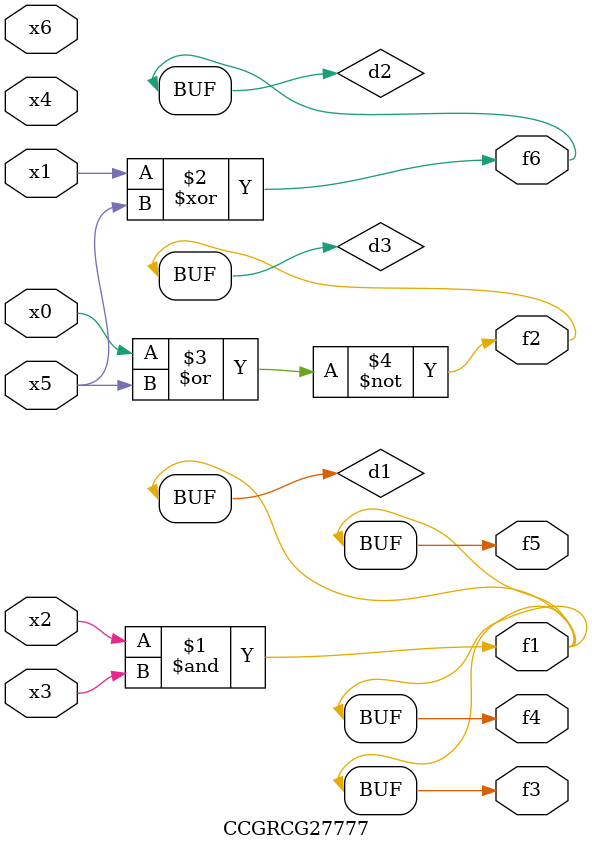
<source format=v>
module CCGRCG27777(
	input x0, x1, x2, x3, x4, x5, x6,
	output f1, f2, f3, f4, f5, f6
);

	wire d1, d2, d3;

	and (d1, x2, x3);
	xor (d2, x1, x5);
	nor (d3, x0, x5);
	assign f1 = d1;
	assign f2 = d3;
	assign f3 = d1;
	assign f4 = d1;
	assign f5 = d1;
	assign f6 = d2;
endmodule

</source>
